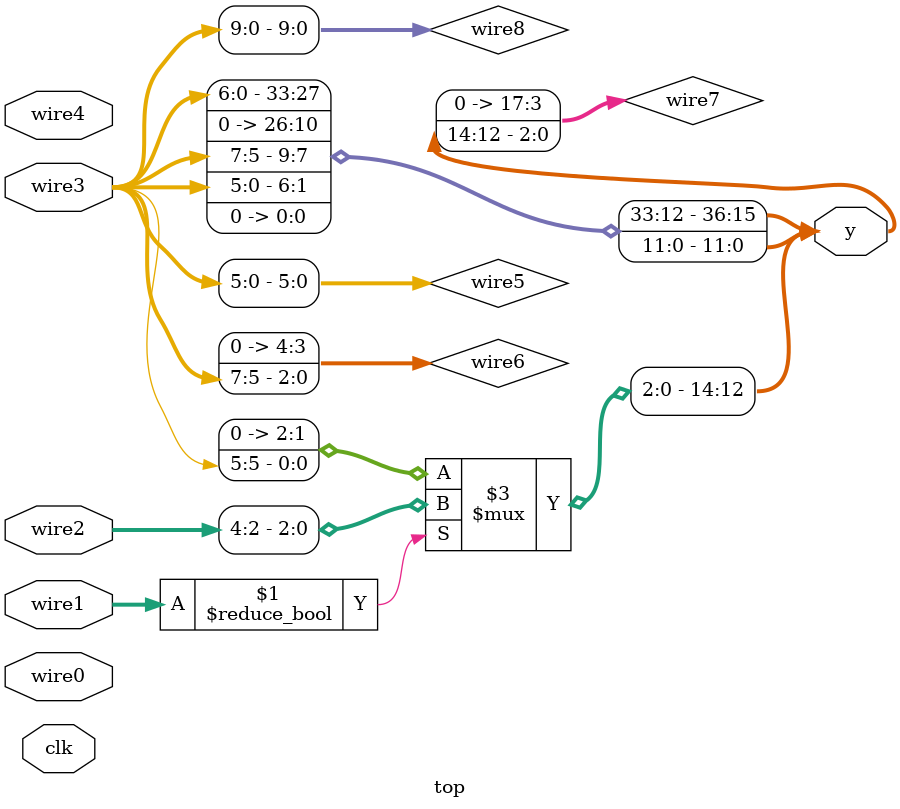
<source format=v>
module top
#(parameter param9 = ((!((~&((8'hb3) ? (8'ha0) : (8'hb7))) >= (((8'ha1) ? (8'hbf) : (7'h42)) ? ((8'ha5) ? (7'h44) : (8'h9d)) : ((7'h44) & (7'h44))))) ? ((~(((7'h41) > (7'h40)) ? ((8'hb3) < (8'hb2)) : {(8'had), (8'ha4)})) ? (~^{(~&(8'hb7))}) : {{(~&(8'ha0))}}) : (~&{(^~(8'hb7)), ((-(8'ha6)) <= {(8'hab)})})))
(y, clk, wire4, wire3, wire2, wire1, wire0);
  output wire [(32'h24):(32'h0)] y;
  input wire [(1'h0):(1'h0)] clk;
  input wire [(3'h4):(1'h0)] wire4;
  input wire signed [(5'h13):(1'h0)] wire3;
  input wire [(4'h9):(1'h0)] wire2;
  input wire [(5'h12):(1'h0)] wire1;
  input wire signed [(5'h12):(1'h0)] wire0;
  wire [(4'h9):(1'h0)] wire8;
  wire [(5'h11):(1'h0)] wire7;
  wire signed [(3'h4):(1'h0)] wire6;
  wire [(3'h5):(1'h0)] wire5;
  assign y = {wire8, wire7, wire6, wire5, (1'h0)};
  assign wire5 = wire3;
  assign wire6 = $unsigned($signed(wire3[(3'h7):(3'h5)]));
  assign wire7 = (wire1 ? wire2[(3'h4):(2'h2)] : wire6[(1'h0):(1'h0)]);
  assign wire8 = (+$signed($signed({wire3})));
endmodule

</source>
